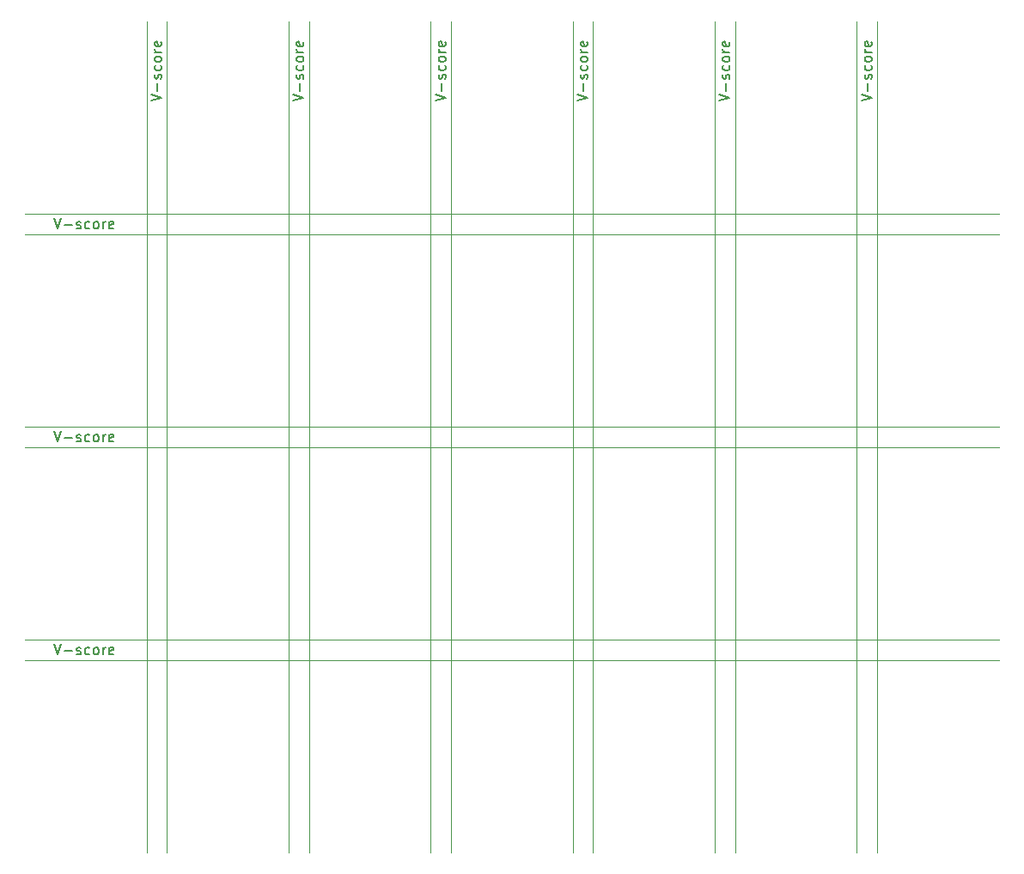
<source format=gbr>
G04 #@! TF.FileFunction,Other,ECO1*
%FSLAX46Y46*%
G04 Gerber Fmt 4.6, Leading zero omitted, Abs format (unit mm)*
G04 Created by KiCad (PCBNEW (2016-04-11 BZR 6687, Git f239aee)-product) date Tue 12 Apr 2016 02:23:05 PM CEST*
%MOMM*%
G01*
G04 APERTURE LIST*
%ADD10C,0.150000*%
%ADD11C,0.200000*%
%ADD12C,0.100000*%
G04 APERTURE END LIST*
D10*
D11*
X26393809Y106547619D02*
X26727142Y105547619D01*
X27060476Y106547619D01*
X27393809Y105928571D02*
X28155714Y105928571D01*
X28584285Y105595238D02*
X28679523Y105547619D01*
X28870000Y105547619D01*
X28965238Y105595238D01*
X29012857Y105690476D01*
X29012857Y105738095D01*
X28965238Y105833333D01*
X28870000Y105880952D01*
X28727142Y105880952D01*
X28631904Y105928571D01*
X28584285Y106023809D01*
X28584285Y106071428D01*
X28631904Y106166666D01*
X28727142Y106214285D01*
X28870000Y106214285D01*
X28965238Y106166666D01*
X29870000Y105595238D02*
X29774761Y105547619D01*
X29584285Y105547619D01*
X29489047Y105595238D01*
X29441428Y105642857D01*
X29393809Y105738095D01*
X29393809Y106023809D01*
X29441428Y106119047D01*
X29489047Y106166666D01*
X29584285Y106214285D01*
X29774761Y106214285D01*
X29870000Y106166666D01*
X30441428Y105547619D02*
X30346190Y105595238D01*
X30298571Y105642857D01*
X30250952Y105738095D01*
X30250952Y106023809D01*
X30298571Y106119047D01*
X30346190Y106166666D01*
X30441428Y106214285D01*
X30584285Y106214285D01*
X30679523Y106166666D01*
X30727142Y106119047D01*
X30774761Y106023809D01*
X30774761Y105738095D01*
X30727142Y105642857D01*
X30679523Y105595238D01*
X30584285Y105547619D01*
X30441428Y105547619D01*
X31203333Y105547619D02*
X31203333Y106214285D01*
X31203333Y106023809D02*
X31250952Y106119047D01*
X31298571Y106166666D01*
X31393809Y106214285D01*
X31489047Y106214285D01*
X32203333Y105595238D02*
X32108095Y105547619D01*
X31917619Y105547619D01*
X31822380Y105595238D01*
X31774761Y105690476D01*
X31774761Y106071428D01*
X31822380Y106166666D01*
X31917619Y106214285D01*
X32108095Y106214285D01*
X32203333Y106166666D01*
X32250952Y106071428D01*
X32250952Y105976190D01*
X31774761Y105880952D01*
X26393809Y64547619D02*
X26727142Y63547619D01*
X27060476Y64547619D01*
X27393809Y63928571D02*
X28155714Y63928571D01*
X28584285Y63595238D02*
X28679523Y63547619D01*
X28870000Y63547619D01*
X28965238Y63595238D01*
X29012857Y63690476D01*
X29012857Y63738095D01*
X28965238Y63833333D01*
X28870000Y63880952D01*
X28727142Y63880952D01*
X28631904Y63928571D01*
X28584285Y64023809D01*
X28584285Y64071428D01*
X28631904Y64166666D01*
X28727142Y64214285D01*
X28870000Y64214285D01*
X28965238Y64166666D01*
X29870000Y63595238D02*
X29774761Y63547619D01*
X29584285Y63547619D01*
X29489047Y63595238D01*
X29441428Y63642857D01*
X29393809Y63738095D01*
X29393809Y64023809D01*
X29441428Y64119047D01*
X29489047Y64166666D01*
X29584285Y64214285D01*
X29774761Y64214285D01*
X29870000Y64166666D01*
X30441428Y63547619D02*
X30346190Y63595238D01*
X30298571Y63642857D01*
X30250952Y63738095D01*
X30250952Y64023809D01*
X30298571Y64119047D01*
X30346190Y64166666D01*
X30441428Y64214285D01*
X30584285Y64214285D01*
X30679523Y64166666D01*
X30727142Y64119047D01*
X30774761Y64023809D01*
X30774761Y63738095D01*
X30727142Y63642857D01*
X30679523Y63595238D01*
X30584285Y63547619D01*
X30441428Y63547619D01*
X31203333Y63547619D02*
X31203333Y64214285D01*
X31203333Y64023809D02*
X31250952Y64119047D01*
X31298571Y64166666D01*
X31393809Y64214285D01*
X31489047Y64214285D01*
X32203333Y63595238D02*
X32108095Y63547619D01*
X31917619Y63547619D01*
X31822380Y63595238D01*
X31774761Y63690476D01*
X31774761Y64071428D01*
X31822380Y64166666D01*
X31917619Y64214285D01*
X32108095Y64214285D01*
X32203333Y64166666D01*
X32250952Y64071428D01*
X32250952Y63976190D01*
X31774761Y63880952D01*
X26393809Y85547619D02*
X26727142Y84547619D01*
X27060476Y85547619D01*
X27393809Y84928571D02*
X28155714Y84928571D01*
X28584285Y84595238D02*
X28679523Y84547619D01*
X28870000Y84547619D01*
X28965238Y84595238D01*
X29012857Y84690476D01*
X29012857Y84738095D01*
X28965238Y84833333D01*
X28870000Y84880952D01*
X28727142Y84880952D01*
X28631904Y84928571D01*
X28584285Y85023809D01*
X28584285Y85071428D01*
X28631904Y85166666D01*
X28727142Y85214285D01*
X28870000Y85214285D01*
X28965238Y85166666D01*
X29870000Y84595238D02*
X29774761Y84547619D01*
X29584285Y84547619D01*
X29489047Y84595238D01*
X29441428Y84642857D01*
X29393809Y84738095D01*
X29393809Y85023809D01*
X29441428Y85119047D01*
X29489047Y85166666D01*
X29584285Y85214285D01*
X29774761Y85214285D01*
X29870000Y85166666D01*
X30441428Y84547619D02*
X30346190Y84595238D01*
X30298571Y84642857D01*
X30250952Y84738095D01*
X30250952Y85023809D01*
X30298571Y85119047D01*
X30346190Y85166666D01*
X30441428Y85214285D01*
X30584285Y85214285D01*
X30679523Y85166666D01*
X30727142Y85119047D01*
X30774761Y85023809D01*
X30774761Y84738095D01*
X30727142Y84642857D01*
X30679523Y84595238D01*
X30584285Y84547619D01*
X30441428Y84547619D01*
X31203333Y84547619D02*
X31203333Y85214285D01*
X31203333Y85023809D02*
X31250952Y85119047D01*
X31298571Y85166666D01*
X31393809Y85214285D01*
X31489047Y85214285D01*
X32203333Y84595238D02*
X32108095Y84547619D01*
X31917619Y84547619D01*
X31822380Y84595238D01*
X31774761Y84690476D01*
X31774761Y85071428D01*
X31822380Y85166666D01*
X31917619Y85214285D01*
X32108095Y85214285D01*
X32203333Y85166666D01*
X32250952Y85071428D01*
X32250952Y84976190D01*
X31774761Y84880952D01*
X105952380Y118143809D02*
X106952380Y118477142D01*
X105952380Y118810476D01*
X106571428Y119143809D02*
X106571428Y119905714D01*
X106904761Y120334285D02*
X106952380Y120429523D01*
X106952380Y120620000D01*
X106904761Y120715238D01*
X106809523Y120762857D01*
X106761904Y120762857D01*
X106666666Y120715238D01*
X106619047Y120620000D01*
X106619047Y120477142D01*
X106571428Y120381904D01*
X106476190Y120334285D01*
X106428571Y120334285D01*
X106333333Y120381904D01*
X106285714Y120477142D01*
X106285714Y120620000D01*
X106333333Y120715238D01*
X106904761Y121620000D02*
X106952380Y121524761D01*
X106952380Y121334285D01*
X106904761Y121239047D01*
X106857142Y121191428D01*
X106761904Y121143809D01*
X106476190Y121143809D01*
X106380952Y121191428D01*
X106333333Y121239047D01*
X106285714Y121334285D01*
X106285714Y121524761D01*
X106333333Y121620000D01*
X106952380Y122191428D02*
X106904761Y122096190D01*
X106857142Y122048571D01*
X106761904Y122000952D01*
X106476190Y122000952D01*
X106380952Y122048571D01*
X106333333Y122096190D01*
X106285714Y122191428D01*
X106285714Y122334285D01*
X106333333Y122429523D01*
X106380952Y122477142D01*
X106476190Y122524761D01*
X106761904Y122524761D01*
X106857142Y122477142D01*
X106904761Y122429523D01*
X106952380Y122334285D01*
X106952380Y122191428D01*
X106952380Y122953333D02*
X106285714Y122953333D01*
X106476190Y122953333D02*
X106380952Y123000952D01*
X106333333Y123048571D01*
X106285714Y123143809D01*
X106285714Y123239047D01*
X106904761Y123953333D02*
X106952380Y123858095D01*
X106952380Y123667619D01*
X106904761Y123572380D01*
X106809523Y123524761D01*
X106428571Y123524761D01*
X106333333Y123572380D01*
X106285714Y123667619D01*
X106285714Y123858095D01*
X106333333Y123953333D01*
X106428571Y124000952D01*
X106523809Y124000952D01*
X106619047Y123524761D01*
X91952380Y118143809D02*
X92952380Y118477142D01*
X91952380Y118810476D01*
X92571428Y119143809D02*
X92571428Y119905714D01*
X92904761Y120334285D02*
X92952380Y120429523D01*
X92952380Y120620000D01*
X92904761Y120715238D01*
X92809523Y120762857D01*
X92761904Y120762857D01*
X92666666Y120715238D01*
X92619047Y120620000D01*
X92619047Y120477142D01*
X92571428Y120381904D01*
X92476190Y120334285D01*
X92428571Y120334285D01*
X92333333Y120381904D01*
X92285714Y120477142D01*
X92285714Y120620000D01*
X92333333Y120715238D01*
X92904761Y121620000D02*
X92952380Y121524761D01*
X92952380Y121334285D01*
X92904761Y121239047D01*
X92857142Y121191428D01*
X92761904Y121143809D01*
X92476190Y121143809D01*
X92380952Y121191428D01*
X92333333Y121239047D01*
X92285714Y121334285D01*
X92285714Y121524761D01*
X92333333Y121620000D01*
X92952380Y122191428D02*
X92904761Y122096190D01*
X92857142Y122048571D01*
X92761904Y122000952D01*
X92476190Y122000952D01*
X92380952Y122048571D01*
X92333333Y122096190D01*
X92285714Y122191428D01*
X92285714Y122334285D01*
X92333333Y122429523D01*
X92380952Y122477142D01*
X92476190Y122524761D01*
X92761904Y122524761D01*
X92857142Y122477142D01*
X92904761Y122429523D01*
X92952380Y122334285D01*
X92952380Y122191428D01*
X92952380Y122953333D02*
X92285714Y122953333D01*
X92476190Y122953333D02*
X92380952Y123000952D01*
X92333333Y123048571D01*
X92285714Y123143809D01*
X92285714Y123239047D01*
X92904761Y123953333D02*
X92952380Y123858095D01*
X92952380Y123667619D01*
X92904761Y123572380D01*
X92809523Y123524761D01*
X92428571Y123524761D01*
X92333333Y123572380D01*
X92285714Y123667619D01*
X92285714Y123858095D01*
X92333333Y123953333D01*
X92428571Y124000952D01*
X92523809Y124000952D01*
X92619047Y123524761D01*
X63952380Y118143809D02*
X64952380Y118477142D01*
X63952380Y118810476D01*
X64571428Y119143809D02*
X64571428Y119905714D01*
X64904761Y120334285D02*
X64952380Y120429523D01*
X64952380Y120620000D01*
X64904761Y120715238D01*
X64809523Y120762857D01*
X64761904Y120762857D01*
X64666666Y120715238D01*
X64619047Y120620000D01*
X64619047Y120477142D01*
X64571428Y120381904D01*
X64476190Y120334285D01*
X64428571Y120334285D01*
X64333333Y120381904D01*
X64285714Y120477142D01*
X64285714Y120620000D01*
X64333333Y120715238D01*
X64904761Y121620000D02*
X64952380Y121524761D01*
X64952380Y121334285D01*
X64904761Y121239047D01*
X64857142Y121191428D01*
X64761904Y121143809D01*
X64476190Y121143809D01*
X64380952Y121191428D01*
X64333333Y121239047D01*
X64285714Y121334285D01*
X64285714Y121524761D01*
X64333333Y121620000D01*
X64952380Y122191428D02*
X64904761Y122096190D01*
X64857142Y122048571D01*
X64761904Y122000952D01*
X64476190Y122000952D01*
X64380952Y122048571D01*
X64333333Y122096190D01*
X64285714Y122191428D01*
X64285714Y122334285D01*
X64333333Y122429523D01*
X64380952Y122477142D01*
X64476190Y122524761D01*
X64761904Y122524761D01*
X64857142Y122477142D01*
X64904761Y122429523D01*
X64952380Y122334285D01*
X64952380Y122191428D01*
X64952380Y122953333D02*
X64285714Y122953333D01*
X64476190Y122953333D02*
X64380952Y123000952D01*
X64333333Y123048571D01*
X64285714Y123143809D01*
X64285714Y123239047D01*
X64904761Y123953333D02*
X64952380Y123858095D01*
X64952380Y123667619D01*
X64904761Y123572380D01*
X64809523Y123524761D01*
X64428571Y123524761D01*
X64333333Y123572380D01*
X64285714Y123667619D01*
X64285714Y123858095D01*
X64333333Y123953333D01*
X64428571Y124000952D01*
X64523809Y124000952D01*
X64619047Y123524761D01*
X77952380Y118143809D02*
X78952380Y118477142D01*
X77952380Y118810476D01*
X78571428Y119143809D02*
X78571428Y119905714D01*
X78904761Y120334285D02*
X78952380Y120429523D01*
X78952380Y120620000D01*
X78904761Y120715238D01*
X78809523Y120762857D01*
X78761904Y120762857D01*
X78666666Y120715238D01*
X78619047Y120620000D01*
X78619047Y120477142D01*
X78571428Y120381904D01*
X78476190Y120334285D01*
X78428571Y120334285D01*
X78333333Y120381904D01*
X78285714Y120477142D01*
X78285714Y120620000D01*
X78333333Y120715238D01*
X78904761Y121620000D02*
X78952380Y121524761D01*
X78952380Y121334285D01*
X78904761Y121239047D01*
X78857142Y121191428D01*
X78761904Y121143809D01*
X78476190Y121143809D01*
X78380952Y121191428D01*
X78333333Y121239047D01*
X78285714Y121334285D01*
X78285714Y121524761D01*
X78333333Y121620000D01*
X78952380Y122191428D02*
X78904761Y122096190D01*
X78857142Y122048571D01*
X78761904Y122000952D01*
X78476190Y122000952D01*
X78380952Y122048571D01*
X78333333Y122096190D01*
X78285714Y122191428D01*
X78285714Y122334285D01*
X78333333Y122429523D01*
X78380952Y122477142D01*
X78476190Y122524761D01*
X78761904Y122524761D01*
X78857142Y122477142D01*
X78904761Y122429523D01*
X78952380Y122334285D01*
X78952380Y122191428D01*
X78952380Y122953333D02*
X78285714Y122953333D01*
X78476190Y122953333D02*
X78380952Y123000952D01*
X78333333Y123048571D01*
X78285714Y123143809D01*
X78285714Y123239047D01*
X78904761Y123953333D02*
X78952380Y123858095D01*
X78952380Y123667619D01*
X78904761Y123572380D01*
X78809523Y123524761D01*
X78428571Y123524761D01*
X78333333Y123572380D01*
X78285714Y123667619D01*
X78285714Y123858095D01*
X78333333Y123953333D01*
X78428571Y124000952D01*
X78523809Y124000952D01*
X78619047Y123524761D01*
X49952380Y118143809D02*
X50952380Y118477142D01*
X49952380Y118810476D01*
X50571428Y119143809D02*
X50571428Y119905714D01*
X50904761Y120334285D02*
X50952380Y120429523D01*
X50952380Y120620000D01*
X50904761Y120715238D01*
X50809523Y120762857D01*
X50761904Y120762857D01*
X50666666Y120715238D01*
X50619047Y120620000D01*
X50619047Y120477142D01*
X50571428Y120381904D01*
X50476190Y120334285D01*
X50428571Y120334285D01*
X50333333Y120381904D01*
X50285714Y120477142D01*
X50285714Y120620000D01*
X50333333Y120715238D01*
X50904761Y121620000D02*
X50952380Y121524761D01*
X50952380Y121334285D01*
X50904761Y121239047D01*
X50857142Y121191428D01*
X50761904Y121143809D01*
X50476190Y121143809D01*
X50380952Y121191428D01*
X50333333Y121239047D01*
X50285714Y121334285D01*
X50285714Y121524761D01*
X50333333Y121620000D01*
X50952380Y122191428D02*
X50904761Y122096190D01*
X50857142Y122048571D01*
X50761904Y122000952D01*
X50476190Y122000952D01*
X50380952Y122048571D01*
X50333333Y122096190D01*
X50285714Y122191428D01*
X50285714Y122334285D01*
X50333333Y122429523D01*
X50380952Y122477142D01*
X50476190Y122524761D01*
X50761904Y122524761D01*
X50857142Y122477142D01*
X50904761Y122429523D01*
X50952380Y122334285D01*
X50952380Y122191428D01*
X50952380Y122953333D02*
X50285714Y122953333D01*
X50476190Y122953333D02*
X50380952Y123000952D01*
X50333333Y123048571D01*
X50285714Y123143809D01*
X50285714Y123239047D01*
X50904761Y123953333D02*
X50952380Y123858095D01*
X50952380Y123667619D01*
X50904761Y123572380D01*
X50809523Y123524761D01*
X50428571Y123524761D01*
X50333333Y123572380D01*
X50285714Y123667619D01*
X50285714Y123858095D01*
X50333333Y123953333D01*
X50428571Y124000952D01*
X50523809Y124000952D01*
X50619047Y123524761D01*
X35952380Y118143809D02*
X36952380Y118477142D01*
X35952380Y118810476D01*
X36571428Y119143809D02*
X36571428Y119905714D01*
X36904761Y120334285D02*
X36952380Y120429523D01*
X36952380Y120620000D01*
X36904761Y120715238D01*
X36809523Y120762857D01*
X36761904Y120762857D01*
X36666666Y120715238D01*
X36619047Y120620000D01*
X36619047Y120477142D01*
X36571428Y120381904D01*
X36476190Y120334285D01*
X36428571Y120334285D01*
X36333333Y120381904D01*
X36285714Y120477142D01*
X36285714Y120620000D01*
X36333333Y120715238D01*
X36904761Y121620000D02*
X36952380Y121524761D01*
X36952380Y121334285D01*
X36904761Y121239047D01*
X36857142Y121191428D01*
X36761904Y121143809D01*
X36476190Y121143809D01*
X36380952Y121191428D01*
X36333333Y121239047D01*
X36285714Y121334285D01*
X36285714Y121524761D01*
X36333333Y121620000D01*
X36952380Y122191428D02*
X36904761Y122096190D01*
X36857142Y122048571D01*
X36761904Y122000952D01*
X36476190Y122000952D01*
X36380952Y122048571D01*
X36333333Y122096190D01*
X36285714Y122191428D01*
X36285714Y122334285D01*
X36333333Y122429523D01*
X36380952Y122477142D01*
X36476190Y122524761D01*
X36761904Y122524761D01*
X36857142Y122477142D01*
X36904761Y122429523D01*
X36952380Y122334285D01*
X36952380Y122191428D01*
X36952380Y122953333D02*
X36285714Y122953333D01*
X36476190Y122953333D02*
X36380952Y123000952D01*
X36333333Y123048571D01*
X36285714Y123143809D01*
X36285714Y123239047D01*
X36904761Y123953333D02*
X36952380Y123858095D01*
X36952380Y123667619D01*
X36904761Y123572380D01*
X36809523Y123524761D01*
X36428571Y123524761D01*
X36333333Y123572380D01*
X36285714Y123667619D01*
X36285714Y123858095D01*
X36333333Y123953333D01*
X36428571Y124000952D01*
X36523809Y124000952D01*
X36619047Y123524761D01*
D12*
X107500000Y44000000D02*
X107500000Y126000000D01*
X105500000Y126000000D02*
X105500000Y44000000D01*
X93500000Y44000000D02*
X93500000Y126000000D01*
X91500000Y126000000D02*
X91500000Y44000000D01*
X79500000Y44000000D02*
X79500000Y126000000D01*
X77500000Y126000000D02*
X77500000Y44000000D01*
X65500000Y44000000D02*
X65500000Y126000000D01*
X63500000Y126000000D02*
X63500000Y44000000D01*
X51500000Y44000000D02*
X51500000Y126000000D01*
X49500000Y126000000D02*
X49500000Y44000000D01*
X37500000Y126000000D02*
X37500000Y44000000D01*
X35500000Y126000000D02*
X35500000Y44000000D01*
X119500000Y63000000D02*
X23500000Y63000000D01*
X23500000Y65000000D02*
X119500000Y65000000D01*
X119500000Y105000000D02*
X23500000Y105000000D01*
X23500000Y107000000D02*
X119500000Y107000000D01*
X23500000Y86000000D02*
X119500000Y86000000D01*
X23500000Y84000000D02*
X119500000Y84000000D01*
M02*

</source>
